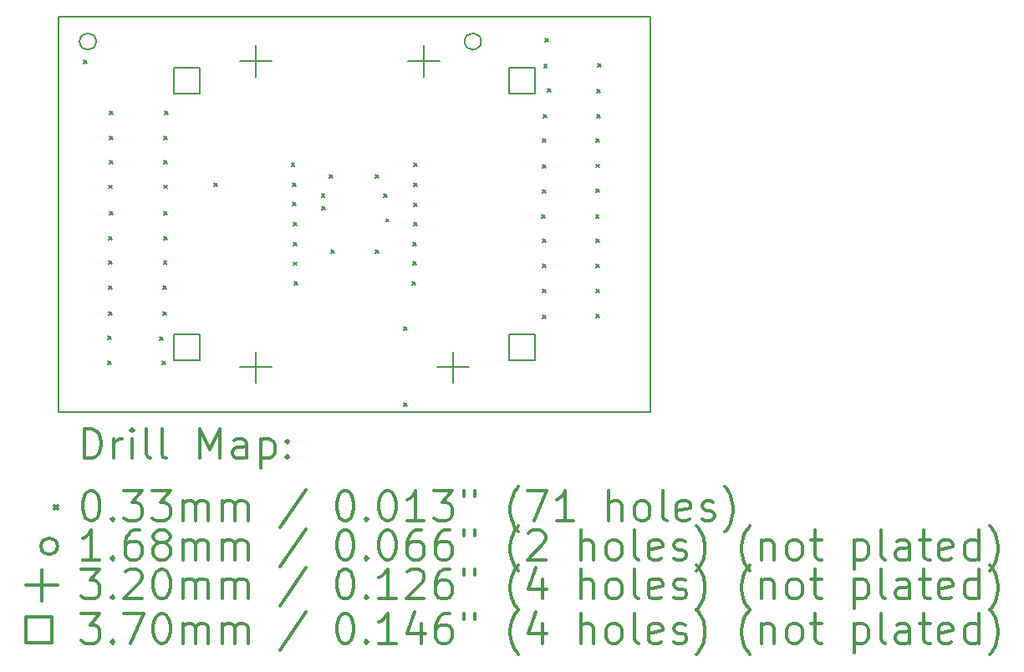
<source format=gbr>
%FSLAX45Y45*%
G04 Gerber Fmt 4.5, Leading zero omitted, Abs format (unit mm)*
G04 Created by KiCad (PCBNEW 4.0.1-stable) date 2/1/2017 11:44:05 PM*
%MOMM*%
G01*
G04 APERTURE LIST*
%ADD10C,0.127000*%
%ADD11C,0.150000*%
%ADD12C,0.200000*%
%ADD13C,0.300000*%
G04 APERTURE END LIST*
D10*
D11*
X-3000000Y2000000D02*
X-3000000Y-2000000D01*
X3000000Y2000000D02*
X-3000000Y2000000D01*
X3000000Y-2000000D02*
X3000000Y2000000D01*
X-3000000Y-2000000D02*
X3000000Y-2000000D01*
D12*
X-2741930Y1557274D02*
X-2708910Y1524254D01*
X-2708910Y1557274D02*
X-2741930Y1524254D01*
X-2496566Y-1485138D02*
X-2463546Y-1518158D01*
X-2463546Y-1485138D02*
X-2496566Y-1518158D01*
X-2494026Y-1233678D02*
X-2461006Y-1266698D01*
X-2461006Y-1233678D02*
X-2494026Y-1266698D01*
X-2491994Y-988314D02*
X-2458974Y-1021334D01*
X-2458974Y-988314D02*
X-2491994Y-1021334D01*
X-2490470Y-723138D02*
X-2457450Y-756158D01*
X-2457450Y-723138D02*
X-2490470Y-756158D01*
X-2487930Y-471678D02*
X-2454910Y-504698D01*
X-2454910Y-471678D02*
X-2487930Y-504698D01*
X-2485898Y-226314D02*
X-2452878Y-259334D01*
X-2452878Y-226314D02*
X-2485898Y-259334D01*
X-2484882Y294386D02*
X-2451862Y261366D01*
X-2451862Y294386D02*
X-2484882Y261366D01*
X-2483358Y25146D02*
X-2450338Y-7874D01*
X-2450338Y25146D02*
X-2483358Y-7874D01*
X-2482342Y545846D02*
X-2449322Y512826D01*
X-2449322Y545846D02*
X-2482342Y512826D01*
X-2480310Y791210D02*
X-2447290Y758190D01*
X-2447290Y791210D02*
X-2480310Y758190D01*
X-2477770Y1042670D02*
X-2444750Y1009650D01*
X-2444750Y1042670D02*
X-2477770Y1009650D01*
X-1975358Y-1241298D02*
X-1942338Y-1274318D01*
X-1942338Y-1241298D02*
X-1975358Y-1274318D01*
X-1942846Y-1485138D02*
X-1909826Y-1518158D01*
X-1909826Y-1485138D02*
X-1942846Y-1518158D01*
X-1938274Y-988314D02*
X-1905254Y-1021334D01*
X-1905254Y-988314D02*
X-1938274Y-1021334D01*
X-1936750Y-723138D02*
X-1903730Y-756158D01*
X-1903730Y-723138D02*
X-1936750Y-756158D01*
X-1934210Y-471678D02*
X-1901190Y-504698D01*
X-1901190Y-471678D02*
X-1934210Y-504698D01*
X-1932178Y-226314D02*
X-1899158Y-259334D01*
X-1899158Y-226314D02*
X-1932178Y-259334D01*
X-1931162Y294386D02*
X-1898142Y261366D01*
X-1898142Y294386D02*
X-1931162Y261366D01*
X-1929638Y25146D02*
X-1896618Y-7874D01*
X-1896618Y25146D02*
X-1929638Y-7874D01*
X-1928622Y545846D02*
X-1895602Y512826D01*
X-1895602Y545846D02*
X-1928622Y512826D01*
X-1926590Y791210D02*
X-1893570Y758190D01*
X-1893570Y791210D02*
X-1926590Y758190D01*
X-1924050Y1042670D02*
X-1891030Y1009650D01*
X-1891030Y1042670D02*
X-1924050Y1009650D01*
X-1422654Y316738D02*
X-1389634Y283718D01*
X-1389634Y316738D02*
X-1422654Y283718D01*
X-638810Y516890D02*
X-605790Y483870D01*
X-605790Y516890D02*
X-638810Y483870D01*
X-623570Y316230D02*
X-590550Y283210D01*
X-590550Y316230D02*
X-623570Y283210D01*
X-623570Y118110D02*
X-590550Y85090D01*
X-590550Y118110D02*
X-623570Y85090D01*
X-621030Y-283210D02*
X-588010Y-316230D01*
X-588010Y-283210D02*
X-621030Y-316230D01*
X-621030Y-483870D02*
X-588010Y-516890D01*
X-588010Y-483870D02*
X-621030Y-516890D01*
X-615950Y-85090D02*
X-582930Y-118110D01*
X-582930Y-85090D02*
X-615950Y-118110D01*
X-608330Y-684530D02*
X-575310Y-717550D01*
X-575310Y-684530D02*
X-608330Y-717550D01*
X-334010Y204470D02*
X-300990Y171450D01*
X-300990Y204470D02*
X-334010Y171450D01*
X-331470Y82550D02*
X-298450Y49530D01*
X-298450Y82550D02*
X-331470Y49530D01*
X-252730Y397510D02*
X-219710Y364490D01*
X-219710Y397510D02*
X-252730Y364490D01*
X-237490Y-364490D02*
X-204470Y-397510D01*
X-204470Y-364490D02*
X-237490Y-397510D01*
X212090Y397510D02*
X245110Y364490D01*
X245110Y397510D02*
X212090Y364490D01*
X215990Y-363490D02*
X249010Y-396510D01*
X249010Y-363490D02*
X215990Y-396510D01*
X298450Y207010D02*
X331470Y173990D01*
X331470Y207010D02*
X298450Y173990D01*
X318490Y-43490D02*
X351510Y-76510D01*
X351510Y-43490D02*
X318490Y-76510D01*
X501650Y-1139190D02*
X534670Y-1172210D01*
X534670Y-1139190D02*
X501650Y-1172210D01*
X501650Y-1908810D02*
X534670Y-1941830D01*
X534670Y-1908810D02*
X501650Y-1941830D01*
X588490Y-683490D02*
X621510Y-716510D01*
X621510Y-683490D02*
X588490Y-716510D01*
X595990Y-283490D02*
X629010Y-316510D01*
X629010Y-283490D02*
X595990Y-316510D01*
X595990Y-483490D02*
X629010Y-516510D01*
X629010Y-483490D02*
X595990Y-516510D01*
X598490Y316510D02*
X631510Y283490D01*
X631510Y316510D02*
X598490Y283490D01*
X598490Y116510D02*
X631510Y83490D01*
X631510Y116510D02*
X598490Y83490D01*
X598490Y-83490D02*
X631510Y-116510D01*
X631510Y-83490D02*
X598490Y-116510D01*
X603490Y516510D02*
X636510Y483490D01*
X636510Y516510D02*
X603490Y483490D01*
X1900990Y-5990D02*
X1934010Y-39010D01*
X1934010Y-5990D02*
X1900990Y-39010D01*
X1903490Y504010D02*
X1936510Y470990D01*
X1936510Y504010D02*
X1903490Y470990D01*
X1903490Y251510D02*
X1936510Y218490D01*
X1936510Y251510D02*
X1903490Y218490D01*
X1903490Y-1018490D02*
X1936510Y-1051510D01*
X1936510Y-1018490D02*
X1903490Y-1051510D01*
X1905990Y761510D02*
X1939010Y728490D01*
X1939010Y761510D02*
X1905990Y728490D01*
X1905990Y-508490D02*
X1939010Y-541510D01*
X1939010Y-508490D02*
X1905990Y-541510D01*
X1905990Y-760990D02*
X1939010Y-794010D01*
X1939010Y-760990D02*
X1905990Y-794010D01*
X1908490Y-250990D02*
X1941510Y-284010D01*
X1941510Y-250990D02*
X1908490Y-284010D01*
X1915990Y1011510D02*
X1949010Y978490D01*
X1949010Y1011510D02*
X1915990Y978490D01*
X1918490Y1521510D02*
X1951510Y1488490D01*
X1951510Y1521510D02*
X1918490Y1488490D01*
X1928490Y1779010D02*
X1961510Y1745990D01*
X1961510Y1779010D02*
X1928490Y1745990D01*
X1953490Y1274010D02*
X1986510Y1240990D01*
X1986510Y1274010D02*
X1953490Y1240990D01*
X2443490Y-3490D02*
X2476510Y-36510D01*
X2476510Y-3490D02*
X2443490Y-36510D01*
X2445990Y506510D02*
X2479010Y473490D01*
X2479010Y506510D02*
X2445990Y473490D01*
X2445990Y254010D02*
X2479010Y220990D01*
X2479010Y254010D02*
X2445990Y220990D01*
X2445990Y-1015990D02*
X2479010Y-1049010D01*
X2479010Y-1015990D02*
X2445990Y-1049010D01*
X2448490Y764010D02*
X2481510Y730990D01*
X2481510Y764010D02*
X2448490Y730990D01*
X2448490Y-505990D02*
X2481510Y-539010D01*
X2481510Y-505990D02*
X2448490Y-539010D01*
X2448490Y-758490D02*
X2481510Y-791510D01*
X2481510Y-758490D02*
X2448490Y-791510D01*
X2450990Y-248490D02*
X2484010Y-281510D01*
X2484010Y-248490D02*
X2450990Y-281510D01*
X2458490Y1266510D02*
X2491510Y1233490D01*
X2491510Y1266510D02*
X2458490Y1233490D01*
X2458490Y1014010D02*
X2491510Y980990D01*
X2491510Y1014010D02*
X2458490Y980990D01*
X2460990Y1524010D02*
X2494010Y1490990D01*
X2494010Y1524010D02*
X2460990Y1490990D01*
X-2616180Y1750000D02*
G75*
G03X-2616180Y1750000I-83820J0D01*
G01*
X1283820Y1750000D02*
G75*
G03X1283820Y1750000I-83820J0D01*
G01*
X-1000000Y1710000D02*
X-1000000Y1390000D01*
X-1160000Y1550000D02*
X-840000Y1550000D01*
X-1000000Y-1390000D02*
X-1000000Y-1710000D01*
X-1160000Y-1550000D02*
X-840000Y-1550000D01*
X700000Y1710000D02*
X700000Y1390000D01*
X540000Y1550000D02*
X860000Y1550000D01*
X1000000Y-1390000D02*
X1000000Y-1710000D01*
X840000Y-1550000D02*
X1160000Y-1550000D01*
X-1569184Y1219184D02*
X-1569184Y1480816D01*
X-1830816Y1480816D01*
X-1830816Y1219184D01*
X-1569184Y1219184D01*
X-1569184Y-1480816D02*
X-1569184Y-1219184D01*
X-1830816Y-1219184D01*
X-1830816Y-1480816D01*
X-1569184Y-1480816D01*
X1830816Y1219184D02*
X1830816Y1480816D01*
X1569184Y1480816D01*
X1569184Y1219184D01*
X1830816Y1219184D01*
X1830816Y-1480816D02*
X1830816Y-1219184D01*
X1569184Y-1219184D01*
X1569184Y-1480816D01*
X1830816Y-1480816D01*
D13*
X-2736072Y-2473214D02*
X-2736072Y-2173214D01*
X-2664643Y-2173214D01*
X-2621786Y-2187500D01*
X-2593214Y-2216072D01*
X-2578929Y-2244643D01*
X-2564643Y-2301786D01*
X-2564643Y-2344643D01*
X-2578929Y-2401786D01*
X-2593214Y-2430357D01*
X-2621786Y-2458929D01*
X-2664643Y-2473214D01*
X-2736072Y-2473214D01*
X-2436072Y-2473214D02*
X-2436072Y-2273214D01*
X-2436072Y-2330357D02*
X-2421786Y-2301786D01*
X-2407500Y-2287500D01*
X-2378929Y-2273214D01*
X-2350357Y-2273214D01*
X-2250357Y-2473214D02*
X-2250357Y-2273214D01*
X-2250357Y-2173214D02*
X-2264643Y-2187500D01*
X-2250357Y-2201786D01*
X-2236072Y-2187500D01*
X-2250357Y-2173214D01*
X-2250357Y-2201786D01*
X-2064643Y-2473214D02*
X-2093214Y-2458929D01*
X-2107500Y-2430357D01*
X-2107500Y-2173214D01*
X-1907500Y-2473214D02*
X-1936071Y-2458929D01*
X-1950357Y-2430357D01*
X-1950357Y-2173214D01*
X-1564643Y-2473214D02*
X-1564643Y-2173214D01*
X-1464643Y-2387500D01*
X-1364643Y-2173214D01*
X-1364643Y-2473214D01*
X-1093214Y-2473214D02*
X-1093214Y-2316072D01*
X-1107500Y-2287500D01*
X-1136072Y-2273214D01*
X-1193214Y-2273214D01*
X-1221786Y-2287500D01*
X-1093214Y-2458929D02*
X-1121786Y-2473214D01*
X-1193214Y-2473214D01*
X-1221786Y-2458929D01*
X-1236072Y-2430357D01*
X-1236072Y-2401786D01*
X-1221786Y-2373214D01*
X-1193214Y-2358929D01*
X-1121786Y-2358929D01*
X-1093214Y-2344643D01*
X-950357Y-2273214D02*
X-950357Y-2573214D01*
X-950357Y-2287500D02*
X-921786Y-2273214D01*
X-864643Y-2273214D01*
X-836071Y-2287500D01*
X-821786Y-2301786D01*
X-807500Y-2330357D01*
X-807500Y-2416072D01*
X-821786Y-2444643D01*
X-836071Y-2458929D01*
X-864643Y-2473214D01*
X-921786Y-2473214D01*
X-950357Y-2458929D01*
X-678929Y-2444643D02*
X-664643Y-2458929D01*
X-678929Y-2473214D01*
X-693214Y-2458929D01*
X-678929Y-2444643D01*
X-678929Y-2473214D01*
X-678929Y-2287500D02*
X-664643Y-2301786D01*
X-678929Y-2316072D01*
X-693214Y-2301786D01*
X-678929Y-2287500D01*
X-678929Y-2316072D01*
X-3040520Y-2950990D02*
X-3007500Y-2984010D01*
X-3007500Y-2950990D02*
X-3040520Y-2984010D01*
X-2678929Y-2803214D02*
X-2650357Y-2803214D01*
X-2621786Y-2817500D01*
X-2607500Y-2831786D01*
X-2593214Y-2860357D01*
X-2578929Y-2917500D01*
X-2578929Y-2988929D01*
X-2593214Y-3046071D01*
X-2607500Y-3074643D01*
X-2621786Y-3088929D01*
X-2650357Y-3103214D01*
X-2678929Y-3103214D01*
X-2707500Y-3088929D01*
X-2721786Y-3074643D01*
X-2736072Y-3046071D01*
X-2750357Y-2988929D01*
X-2750357Y-2917500D01*
X-2736072Y-2860357D01*
X-2721786Y-2831786D01*
X-2707500Y-2817500D01*
X-2678929Y-2803214D01*
X-2450357Y-3074643D02*
X-2436072Y-3088929D01*
X-2450357Y-3103214D01*
X-2464643Y-3088929D01*
X-2450357Y-3074643D01*
X-2450357Y-3103214D01*
X-2336072Y-2803214D02*
X-2150357Y-2803214D01*
X-2250357Y-2917500D01*
X-2207500Y-2917500D01*
X-2178929Y-2931786D01*
X-2164643Y-2946071D01*
X-2150357Y-2974643D01*
X-2150357Y-3046071D01*
X-2164643Y-3074643D01*
X-2178929Y-3088929D01*
X-2207500Y-3103214D01*
X-2293214Y-3103214D01*
X-2321786Y-3088929D01*
X-2336072Y-3074643D01*
X-2050357Y-2803214D02*
X-1864643Y-2803214D01*
X-1964643Y-2917500D01*
X-1921786Y-2917500D01*
X-1893214Y-2931786D01*
X-1878929Y-2946071D01*
X-1864643Y-2974643D01*
X-1864643Y-3046071D01*
X-1878929Y-3074643D01*
X-1893214Y-3088929D01*
X-1921786Y-3103214D01*
X-2007500Y-3103214D01*
X-2036071Y-3088929D01*
X-2050357Y-3074643D01*
X-1736071Y-3103214D02*
X-1736071Y-2903214D01*
X-1736071Y-2931786D02*
X-1721786Y-2917500D01*
X-1693214Y-2903214D01*
X-1650357Y-2903214D01*
X-1621786Y-2917500D01*
X-1607500Y-2946071D01*
X-1607500Y-3103214D01*
X-1607500Y-2946071D02*
X-1593214Y-2917500D01*
X-1564643Y-2903214D01*
X-1521786Y-2903214D01*
X-1493214Y-2917500D01*
X-1478929Y-2946071D01*
X-1478929Y-3103214D01*
X-1336072Y-3103214D02*
X-1336072Y-2903214D01*
X-1336072Y-2931786D02*
X-1321786Y-2917500D01*
X-1293214Y-2903214D01*
X-1250357Y-2903214D01*
X-1221786Y-2917500D01*
X-1207500Y-2946071D01*
X-1207500Y-3103214D01*
X-1207500Y-2946071D02*
X-1193214Y-2917500D01*
X-1164643Y-2903214D01*
X-1121786Y-2903214D01*
X-1093214Y-2917500D01*
X-1078929Y-2946071D01*
X-1078929Y-3103214D01*
X-493214Y-2788929D02*
X-750357Y-3174643D01*
X-107500Y-2803214D02*
X-78929Y-2803214D01*
X-50357Y-2817500D01*
X-36072Y-2831786D01*
X-21786Y-2860357D01*
X-7500Y-2917500D01*
X-7500Y-2988929D01*
X-21786Y-3046071D01*
X-36072Y-3074643D01*
X-50357Y-3088929D01*
X-78929Y-3103214D01*
X-107500Y-3103214D01*
X-136072Y-3088929D01*
X-150357Y-3074643D01*
X-164643Y-3046071D01*
X-178929Y-2988929D01*
X-178929Y-2917500D01*
X-164643Y-2860357D01*
X-150357Y-2831786D01*
X-136072Y-2817500D01*
X-107500Y-2803214D01*
X121071Y-3074643D02*
X135357Y-3088929D01*
X121071Y-3103214D01*
X106786Y-3088929D01*
X121071Y-3074643D01*
X121071Y-3103214D01*
X321071Y-2803214D02*
X349643Y-2803214D01*
X378214Y-2817500D01*
X392500Y-2831786D01*
X406785Y-2860357D01*
X421071Y-2917500D01*
X421071Y-2988929D01*
X406785Y-3046071D01*
X392500Y-3074643D01*
X378214Y-3088929D01*
X349643Y-3103214D01*
X321071Y-3103214D01*
X292500Y-3088929D01*
X278214Y-3074643D01*
X263928Y-3046071D01*
X249643Y-2988929D01*
X249643Y-2917500D01*
X263928Y-2860357D01*
X278214Y-2831786D01*
X292500Y-2817500D01*
X321071Y-2803214D01*
X706785Y-3103214D02*
X535357Y-3103214D01*
X621071Y-3103214D02*
X621071Y-2803214D01*
X592500Y-2846071D01*
X563928Y-2874643D01*
X535357Y-2888929D01*
X806785Y-2803214D02*
X992500Y-2803214D01*
X892500Y-2917500D01*
X935357Y-2917500D01*
X963928Y-2931786D01*
X978214Y-2946071D01*
X992500Y-2974643D01*
X992500Y-3046071D01*
X978214Y-3074643D01*
X963928Y-3088929D01*
X935357Y-3103214D01*
X849643Y-3103214D01*
X821071Y-3088929D01*
X806785Y-3074643D01*
X1106786Y-2803214D02*
X1106786Y-2860357D01*
X1221071Y-2803214D02*
X1221071Y-2860357D01*
X1663928Y-3217500D02*
X1649643Y-3203214D01*
X1621071Y-3160357D01*
X1606785Y-3131786D01*
X1592500Y-3088929D01*
X1578214Y-3017500D01*
X1578214Y-2960357D01*
X1592500Y-2888929D01*
X1606785Y-2846071D01*
X1621071Y-2817500D01*
X1649643Y-2774643D01*
X1663928Y-2760357D01*
X1749643Y-2803214D02*
X1949643Y-2803214D01*
X1821071Y-3103214D01*
X2221071Y-3103214D02*
X2049643Y-3103214D01*
X2135357Y-3103214D02*
X2135357Y-2803214D01*
X2106786Y-2846071D01*
X2078214Y-2874643D01*
X2049643Y-2888929D01*
X2578214Y-3103214D02*
X2578214Y-2803214D01*
X2706786Y-3103214D02*
X2706786Y-2946071D01*
X2692500Y-2917500D01*
X2663928Y-2903214D01*
X2621071Y-2903214D01*
X2592500Y-2917500D01*
X2578214Y-2931786D01*
X2892500Y-3103214D02*
X2863928Y-3088929D01*
X2849643Y-3074643D01*
X2835357Y-3046071D01*
X2835357Y-2960357D01*
X2849643Y-2931786D01*
X2863928Y-2917500D01*
X2892500Y-2903214D01*
X2935357Y-2903214D01*
X2963928Y-2917500D01*
X2978214Y-2931786D01*
X2992500Y-2960357D01*
X2992500Y-3046071D01*
X2978214Y-3074643D01*
X2963928Y-3088929D01*
X2935357Y-3103214D01*
X2892500Y-3103214D01*
X3163928Y-3103214D02*
X3135357Y-3088929D01*
X3121071Y-3060357D01*
X3121071Y-2803214D01*
X3392500Y-3088929D02*
X3363928Y-3103214D01*
X3306786Y-3103214D01*
X3278214Y-3088929D01*
X3263928Y-3060357D01*
X3263928Y-2946071D01*
X3278214Y-2917500D01*
X3306786Y-2903214D01*
X3363928Y-2903214D01*
X3392500Y-2917500D01*
X3406786Y-2946071D01*
X3406786Y-2974643D01*
X3263928Y-3003214D01*
X3521071Y-3088929D02*
X3549643Y-3103214D01*
X3606786Y-3103214D01*
X3635357Y-3088929D01*
X3649643Y-3060357D01*
X3649643Y-3046071D01*
X3635357Y-3017500D01*
X3606786Y-3003214D01*
X3563928Y-3003214D01*
X3535357Y-2988929D01*
X3521071Y-2960357D01*
X3521071Y-2946071D01*
X3535357Y-2917500D01*
X3563928Y-2903214D01*
X3606786Y-2903214D01*
X3635357Y-2917500D01*
X3749643Y-3217500D02*
X3763928Y-3203214D01*
X3792500Y-3160357D01*
X3806786Y-3131786D01*
X3821071Y-3088929D01*
X3835357Y-3017500D01*
X3835357Y-2960357D01*
X3821071Y-2888929D01*
X3806786Y-2846071D01*
X3792500Y-2817500D01*
X3763928Y-2774643D01*
X3749643Y-2760357D01*
X-3007500Y-3363500D02*
G75*
G03X-3007500Y-3363500I-83820J0D01*
G01*
X-2578929Y-3499214D02*
X-2750357Y-3499214D01*
X-2664643Y-3499214D02*
X-2664643Y-3199214D01*
X-2693214Y-3242071D01*
X-2721786Y-3270643D01*
X-2750357Y-3284929D01*
X-2450357Y-3470643D02*
X-2436072Y-3484929D01*
X-2450357Y-3499214D01*
X-2464643Y-3484929D01*
X-2450357Y-3470643D01*
X-2450357Y-3499214D01*
X-2178929Y-3199214D02*
X-2236072Y-3199214D01*
X-2264643Y-3213500D01*
X-2278929Y-3227786D01*
X-2307500Y-3270643D01*
X-2321786Y-3327786D01*
X-2321786Y-3442071D01*
X-2307500Y-3470643D01*
X-2293214Y-3484929D01*
X-2264643Y-3499214D01*
X-2207500Y-3499214D01*
X-2178929Y-3484929D01*
X-2164643Y-3470643D01*
X-2150357Y-3442071D01*
X-2150357Y-3370643D01*
X-2164643Y-3342071D01*
X-2178929Y-3327786D01*
X-2207500Y-3313500D01*
X-2264643Y-3313500D01*
X-2293214Y-3327786D01*
X-2307500Y-3342071D01*
X-2321786Y-3370643D01*
X-1978929Y-3327786D02*
X-2007500Y-3313500D01*
X-2021786Y-3299214D01*
X-2036071Y-3270643D01*
X-2036071Y-3256357D01*
X-2021786Y-3227786D01*
X-2007500Y-3213500D01*
X-1978929Y-3199214D01*
X-1921786Y-3199214D01*
X-1893214Y-3213500D01*
X-1878929Y-3227786D01*
X-1864643Y-3256357D01*
X-1864643Y-3270643D01*
X-1878929Y-3299214D01*
X-1893214Y-3313500D01*
X-1921786Y-3327786D01*
X-1978929Y-3327786D01*
X-2007500Y-3342071D01*
X-2021786Y-3356357D01*
X-2036071Y-3384929D01*
X-2036071Y-3442071D01*
X-2021786Y-3470643D01*
X-2007500Y-3484929D01*
X-1978929Y-3499214D01*
X-1921786Y-3499214D01*
X-1893214Y-3484929D01*
X-1878929Y-3470643D01*
X-1864643Y-3442071D01*
X-1864643Y-3384929D01*
X-1878929Y-3356357D01*
X-1893214Y-3342071D01*
X-1921786Y-3327786D01*
X-1736071Y-3499214D02*
X-1736071Y-3299214D01*
X-1736071Y-3327786D02*
X-1721786Y-3313500D01*
X-1693214Y-3299214D01*
X-1650357Y-3299214D01*
X-1621786Y-3313500D01*
X-1607500Y-3342071D01*
X-1607500Y-3499214D01*
X-1607500Y-3342071D02*
X-1593214Y-3313500D01*
X-1564643Y-3299214D01*
X-1521786Y-3299214D01*
X-1493214Y-3313500D01*
X-1478929Y-3342071D01*
X-1478929Y-3499214D01*
X-1336072Y-3499214D02*
X-1336072Y-3299214D01*
X-1336072Y-3327786D02*
X-1321786Y-3313500D01*
X-1293214Y-3299214D01*
X-1250357Y-3299214D01*
X-1221786Y-3313500D01*
X-1207500Y-3342071D01*
X-1207500Y-3499214D01*
X-1207500Y-3342071D02*
X-1193214Y-3313500D01*
X-1164643Y-3299214D01*
X-1121786Y-3299214D01*
X-1093214Y-3313500D01*
X-1078929Y-3342071D01*
X-1078929Y-3499214D01*
X-493214Y-3184929D02*
X-750357Y-3570643D01*
X-107500Y-3199214D02*
X-78929Y-3199214D01*
X-50357Y-3213500D01*
X-36072Y-3227786D01*
X-21786Y-3256357D01*
X-7500Y-3313500D01*
X-7500Y-3384929D01*
X-21786Y-3442071D01*
X-36072Y-3470643D01*
X-50357Y-3484929D01*
X-78929Y-3499214D01*
X-107500Y-3499214D01*
X-136072Y-3484929D01*
X-150357Y-3470643D01*
X-164643Y-3442071D01*
X-178929Y-3384929D01*
X-178929Y-3313500D01*
X-164643Y-3256357D01*
X-150357Y-3227786D01*
X-136072Y-3213500D01*
X-107500Y-3199214D01*
X121071Y-3470643D02*
X135357Y-3484929D01*
X121071Y-3499214D01*
X106786Y-3484929D01*
X121071Y-3470643D01*
X121071Y-3499214D01*
X321071Y-3199214D02*
X349643Y-3199214D01*
X378214Y-3213500D01*
X392500Y-3227786D01*
X406785Y-3256357D01*
X421071Y-3313500D01*
X421071Y-3384929D01*
X406785Y-3442071D01*
X392500Y-3470643D01*
X378214Y-3484929D01*
X349643Y-3499214D01*
X321071Y-3499214D01*
X292500Y-3484929D01*
X278214Y-3470643D01*
X263928Y-3442071D01*
X249643Y-3384929D01*
X249643Y-3313500D01*
X263928Y-3256357D01*
X278214Y-3227786D01*
X292500Y-3213500D01*
X321071Y-3199214D01*
X678214Y-3199214D02*
X621071Y-3199214D01*
X592500Y-3213500D01*
X578214Y-3227786D01*
X549643Y-3270643D01*
X535357Y-3327786D01*
X535357Y-3442071D01*
X549643Y-3470643D01*
X563928Y-3484929D01*
X592500Y-3499214D01*
X649643Y-3499214D01*
X678214Y-3484929D01*
X692500Y-3470643D01*
X706785Y-3442071D01*
X706785Y-3370643D01*
X692500Y-3342071D01*
X678214Y-3327786D01*
X649643Y-3313500D01*
X592500Y-3313500D01*
X563928Y-3327786D01*
X549643Y-3342071D01*
X535357Y-3370643D01*
X963928Y-3199214D02*
X906785Y-3199214D01*
X878214Y-3213500D01*
X863928Y-3227786D01*
X835357Y-3270643D01*
X821071Y-3327786D01*
X821071Y-3442071D01*
X835357Y-3470643D01*
X849643Y-3484929D01*
X878214Y-3499214D01*
X935357Y-3499214D01*
X963928Y-3484929D01*
X978214Y-3470643D01*
X992500Y-3442071D01*
X992500Y-3370643D01*
X978214Y-3342071D01*
X963928Y-3327786D01*
X935357Y-3313500D01*
X878214Y-3313500D01*
X849643Y-3327786D01*
X835357Y-3342071D01*
X821071Y-3370643D01*
X1106786Y-3199214D02*
X1106786Y-3256357D01*
X1221071Y-3199214D02*
X1221071Y-3256357D01*
X1663928Y-3613500D02*
X1649643Y-3599214D01*
X1621071Y-3556357D01*
X1606785Y-3527786D01*
X1592500Y-3484929D01*
X1578214Y-3413500D01*
X1578214Y-3356357D01*
X1592500Y-3284929D01*
X1606785Y-3242071D01*
X1621071Y-3213500D01*
X1649643Y-3170643D01*
X1663928Y-3156357D01*
X1763928Y-3227786D02*
X1778214Y-3213500D01*
X1806785Y-3199214D01*
X1878214Y-3199214D01*
X1906785Y-3213500D01*
X1921071Y-3227786D01*
X1935357Y-3256357D01*
X1935357Y-3284929D01*
X1921071Y-3327786D01*
X1749643Y-3499214D01*
X1935357Y-3499214D01*
X2292500Y-3499214D02*
X2292500Y-3199214D01*
X2421071Y-3499214D02*
X2421071Y-3342071D01*
X2406786Y-3313500D01*
X2378214Y-3299214D01*
X2335357Y-3299214D01*
X2306786Y-3313500D01*
X2292500Y-3327786D01*
X2606786Y-3499214D02*
X2578214Y-3484929D01*
X2563928Y-3470643D01*
X2549643Y-3442071D01*
X2549643Y-3356357D01*
X2563928Y-3327786D01*
X2578214Y-3313500D01*
X2606786Y-3299214D01*
X2649643Y-3299214D01*
X2678214Y-3313500D01*
X2692500Y-3327786D01*
X2706786Y-3356357D01*
X2706786Y-3442071D01*
X2692500Y-3470643D01*
X2678214Y-3484929D01*
X2649643Y-3499214D01*
X2606786Y-3499214D01*
X2878214Y-3499214D02*
X2849643Y-3484929D01*
X2835357Y-3456357D01*
X2835357Y-3199214D01*
X3106786Y-3484929D02*
X3078214Y-3499214D01*
X3021071Y-3499214D01*
X2992500Y-3484929D01*
X2978214Y-3456357D01*
X2978214Y-3342071D01*
X2992500Y-3313500D01*
X3021071Y-3299214D01*
X3078214Y-3299214D01*
X3106786Y-3313500D01*
X3121071Y-3342071D01*
X3121071Y-3370643D01*
X2978214Y-3399214D01*
X3235357Y-3484929D02*
X3263928Y-3499214D01*
X3321071Y-3499214D01*
X3349643Y-3484929D01*
X3363928Y-3456357D01*
X3363928Y-3442071D01*
X3349643Y-3413500D01*
X3321071Y-3399214D01*
X3278214Y-3399214D01*
X3249643Y-3384929D01*
X3235357Y-3356357D01*
X3235357Y-3342071D01*
X3249643Y-3313500D01*
X3278214Y-3299214D01*
X3321071Y-3299214D01*
X3349643Y-3313500D01*
X3463928Y-3613500D02*
X3478214Y-3599214D01*
X3506786Y-3556357D01*
X3521071Y-3527786D01*
X3535357Y-3484929D01*
X3549643Y-3413500D01*
X3549643Y-3356357D01*
X3535357Y-3284929D01*
X3521071Y-3242071D01*
X3506786Y-3213500D01*
X3478214Y-3170643D01*
X3463928Y-3156357D01*
X4006786Y-3613500D02*
X3992500Y-3599214D01*
X3963928Y-3556357D01*
X3949643Y-3527786D01*
X3935357Y-3484929D01*
X3921071Y-3413500D01*
X3921071Y-3356357D01*
X3935357Y-3284929D01*
X3949643Y-3242071D01*
X3963928Y-3213500D01*
X3992500Y-3170643D01*
X4006786Y-3156357D01*
X4121071Y-3299214D02*
X4121071Y-3499214D01*
X4121071Y-3327786D02*
X4135357Y-3313500D01*
X4163928Y-3299214D01*
X4206786Y-3299214D01*
X4235357Y-3313500D01*
X4249643Y-3342071D01*
X4249643Y-3499214D01*
X4435357Y-3499214D02*
X4406786Y-3484929D01*
X4392500Y-3470643D01*
X4378214Y-3442071D01*
X4378214Y-3356357D01*
X4392500Y-3327786D01*
X4406786Y-3313500D01*
X4435357Y-3299214D01*
X4478214Y-3299214D01*
X4506786Y-3313500D01*
X4521071Y-3327786D01*
X4535357Y-3356357D01*
X4535357Y-3442071D01*
X4521071Y-3470643D01*
X4506786Y-3484929D01*
X4478214Y-3499214D01*
X4435357Y-3499214D01*
X4621071Y-3299214D02*
X4735357Y-3299214D01*
X4663929Y-3199214D02*
X4663929Y-3456357D01*
X4678214Y-3484929D01*
X4706786Y-3499214D01*
X4735357Y-3499214D01*
X5063929Y-3299214D02*
X5063929Y-3599214D01*
X5063929Y-3313500D02*
X5092500Y-3299214D01*
X5149643Y-3299214D01*
X5178214Y-3313500D01*
X5192500Y-3327786D01*
X5206786Y-3356357D01*
X5206786Y-3442071D01*
X5192500Y-3470643D01*
X5178214Y-3484929D01*
X5149643Y-3499214D01*
X5092500Y-3499214D01*
X5063929Y-3484929D01*
X5378214Y-3499214D02*
X5349643Y-3484929D01*
X5335357Y-3456357D01*
X5335357Y-3199214D01*
X5621071Y-3499214D02*
X5621071Y-3342071D01*
X5606786Y-3313500D01*
X5578214Y-3299214D01*
X5521071Y-3299214D01*
X5492500Y-3313500D01*
X5621071Y-3484929D02*
X5592500Y-3499214D01*
X5521071Y-3499214D01*
X5492500Y-3484929D01*
X5478214Y-3456357D01*
X5478214Y-3427786D01*
X5492500Y-3399214D01*
X5521071Y-3384929D01*
X5592500Y-3384929D01*
X5621071Y-3370643D01*
X5721071Y-3299214D02*
X5835357Y-3299214D01*
X5763929Y-3199214D02*
X5763929Y-3456357D01*
X5778214Y-3484929D01*
X5806786Y-3499214D01*
X5835357Y-3499214D01*
X6049643Y-3484929D02*
X6021071Y-3499214D01*
X5963929Y-3499214D01*
X5935357Y-3484929D01*
X5921071Y-3456357D01*
X5921071Y-3342071D01*
X5935357Y-3313500D01*
X5963929Y-3299214D01*
X6021071Y-3299214D01*
X6049643Y-3313500D01*
X6063929Y-3342071D01*
X6063929Y-3370643D01*
X5921071Y-3399214D01*
X6321071Y-3499214D02*
X6321071Y-3199214D01*
X6321071Y-3484929D02*
X6292500Y-3499214D01*
X6235357Y-3499214D01*
X6206786Y-3484929D01*
X6192500Y-3470643D01*
X6178214Y-3442071D01*
X6178214Y-3356357D01*
X6192500Y-3327786D01*
X6206786Y-3313500D01*
X6235357Y-3299214D01*
X6292500Y-3299214D01*
X6321071Y-3313500D01*
X6435357Y-3613500D02*
X6449643Y-3599214D01*
X6478214Y-3556357D01*
X6492500Y-3527786D01*
X6506786Y-3484929D01*
X6521071Y-3413500D01*
X6521071Y-3356357D01*
X6506786Y-3284929D01*
X6492500Y-3242071D01*
X6478214Y-3213500D01*
X6449643Y-3170643D01*
X6435357Y-3156357D01*
X-3167500Y-3599500D02*
X-3167500Y-3919500D01*
X-3327500Y-3759500D02*
X-3007500Y-3759500D01*
X-2764643Y-3595214D02*
X-2578929Y-3595214D01*
X-2678929Y-3709500D01*
X-2636072Y-3709500D01*
X-2607500Y-3723786D01*
X-2593214Y-3738071D01*
X-2578929Y-3766643D01*
X-2578929Y-3838071D01*
X-2593214Y-3866643D01*
X-2607500Y-3880929D01*
X-2636072Y-3895214D01*
X-2721786Y-3895214D01*
X-2750357Y-3880929D01*
X-2764643Y-3866643D01*
X-2450357Y-3866643D02*
X-2436072Y-3880929D01*
X-2450357Y-3895214D01*
X-2464643Y-3880929D01*
X-2450357Y-3866643D01*
X-2450357Y-3895214D01*
X-2321786Y-3623786D02*
X-2307500Y-3609500D01*
X-2278929Y-3595214D01*
X-2207500Y-3595214D01*
X-2178929Y-3609500D01*
X-2164643Y-3623786D01*
X-2150357Y-3652357D01*
X-2150357Y-3680929D01*
X-2164643Y-3723786D01*
X-2336072Y-3895214D01*
X-2150357Y-3895214D01*
X-1964643Y-3595214D02*
X-1936071Y-3595214D01*
X-1907500Y-3609500D01*
X-1893214Y-3623786D01*
X-1878929Y-3652357D01*
X-1864643Y-3709500D01*
X-1864643Y-3780929D01*
X-1878929Y-3838071D01*
X-1893214Y-3866643D01*
X-1907500Y-3880929D01*
X-1936071Y-3895214D01*
X-1964643Y-3895214D01*
X-1993214Y-3880929D01*
X-2007500Y-3866643D01*
X-2021786Y-3838071D01*
X-2036071Y-3780929D01*
X-2036071Y-3709500D01*
X-2021786Y-3652357D01*
X-2007500Y-3623786D01*
X-1993214Y-3609500D01*
X-1964643Y-3595214D01*
X-1736071Y-3895214D02*
X-1736071Y-3695214D01*
X-1736071Y-3723786D02*
X-1721786Y-3709500D01*
X-1693214Y-3695214D01*
X-1650357Y-3695214D01*
X-1621786Y-3709500D01*
X-1607500Y-3738071D01*
X-1607500Y-3895214D01*
X-1607500Y-3738071D02*
X-1593214Y-3709500D01*
X-1564643Y-3695214D01*
X-1521786Y-3695214D01*
X-1493214Y-3709500D01*
X-1478929Y-3738071D01*
X-1478929Y-3895214D01*
X-1336072Y-3895214D02*
X-1336072Y-3695214D01*
X-1336072Y-3723786D02*
X-1321786Y-3709500D01*
X-1293214Y-3695214D01*
X-1250357Y-3695214D01*
X-1221786Y-3709500D01*
X-1207500Y-3738071D01*
X-1207500Y-3895214D01*
X-1207500Y-3738071D02*
X-1193214Y-3709500D01*
X-1164643Y-3695214D01*
X-1121786Y-3695214D01*
X-1093214Y-3709500D01*
X-1078929Y-3738071D01*
X-1078929Y-3895214D01*
X-493214Y-3580929D02*
X-750357Y-3966643D01*
X-107500Y-3595214D02*
X-78929Y-3595214D01*
X-50357Y-3609500D01*
X-36072Y-3623786D01*
X-21786Y-3652357D01*
X-7500Y-3709500D01*
X-7500Y-3780929D01*
X-21786Y-3838071D01*
X-36072Y-3866643D01*
X-50357Y-3880929D01*
X-78929Y-3895214D01*
X-107500Y-3895214D01*
X-136072Y-3880929D01*
X-150357Y-3866643D01*
X-164643Y-3838071D01*
X-178929Y-3780929D01*
X-178929Y-3709500D01*
X-164643Y-3652357D01*
X-150357Y-3623786D01*
X-136072Y-3609500D01*
X-107500Y-3595214D01*
X121071Y-3866643D02*
X135357Y-3880929D01*
X121071Y-3895214D01*
X106786Y-3880929D01*
X121071Y-3866643D01*
X121071Y-3895214D01*
X421071Y-3895214D02*
X249643Y-3895214D01*
X335357Y-3895214D02*
X335357Y-3595214D01*
X306786Y-3638071D01*
X278214Y-3666643D01*
X249643Y-3680929D01*
X535357Y-3623786D02*
X549643Y-3609500D01*
X578214Y-3595214D01*
X649643Y-3595214D01*
X678214Y-3609500D01*
X692500Y-3623786D01*
X706785Y-3652357D01*
X706785Y-3680929D01*
X692500Y-3723786D01*
X521071Y-3895214D01*
X706785Y-3895214D01*
X963928Y-3595214D02*
X906785Y-3595214D01*
X878214Y-3609500D01*
X863928Y-3623786D01*
X835357Y-3666643D01*
X821071Y-3723786D01*
X821071Y-3838071D01*
X835357Y-3866643D01*
X849643Y-3880929D01*
X878214Y-3895214D01*
X935357Y-3895214D01*
X963928Y-3880929D01*
X978214Y-3866643D01*
X992500Y-3838071D01*
X992500Y-3766643D01*
X978214Y-3738071D01*
X963928Y-3723786D01*
X935357Y-3709500D01*
X878214Y-3709500D01*
X849643Y-3723786D01*
X835357Y-3738071D01*
X821071Y-3766643D01*
X1106786Y-3595214D02*
X1106786Y-3652357D01*
X1221071Y-3595214D02*
X1221071Y-3652357D01*
X1663928Y-4009500D02*
X1649643Y-3995214D01*
X1621071Y-3952357D01*
X1606785Y-3923786D01*
X1592500Y-3880929D01*
X1578214Y-3809500D01*
X1578214Y-3752357D01*
X1592500Y-3680929D01*
X1606785Y-3638071D01*
X1621071Y-3609500D01*
X1649643Y-3566643D01*
X1663928Y-3552357D01*
X1906785Y-3695214D02*
X1906785Y-3895214D01*
X1835357Y-3580929D02*
X1763928Y-3795214D01*
X1949643Y-3795214D01*
X2292500Y-3895214D02*
X2292500Y-3595214D01*
X2421071Y-3895214D02*
X2421071Y-3738071D01*
X2406786Y-3709500D01*
X2378214Y-3695214D01*
X2335357Y-3695214D01*
X2306786Y-3709500D01*
X2292500Y-3723786D01*
X2606786Y-3895214D02*
X2578214Y-3880929D01*
X2563928Y-3866643D01*
X2549643Y-3838071D01*
X2549643Y-3752357D01*
X2563928Y-3723786D01*
X2578214Y-3709500D01*
X2606786Y-3695214D01*
X2649643Y-3695214D01*
X2678214Y-3709500D01*
X2692500Y-3723786D01*
X2706786Y-3752357D01*
X2706786Y-3838071D01*
X2692500Y-3866643D01*
X2678214Y-3880929D01*
X2649643Y-3895214D01*
X2606786Y-3895214D01*
X2878214Y-3895214D02*
X2849643Y-3880929D01*
X2835357Y-3852357D01*
X2835357Y-3595214D01*
X3106786Y-3880929D02*
X3078214Y-3895214D01*
X3021071Y-3895214D01*
X2992500Y-3880929D01*
X2978214Y-3852357D01*
X2978214Y-3738071D01*
X2992500Y-3709500D01*
X3021071Y-3695214D01*
X3078214Y-3695214D01*
X3106786Y-3709500D01*
X3121071Y-3738071D01*
X3121071Y-3766643D01*
X2978214Y-3795214D01*
X3235357Y-3880929D02*
X3263928Y-3895214D01*
X3321071Y-3895214D01*
X3349643Y-3880929D01*
X3363928Y-3852357D01*
X3363928Y-3838071D01*
X3349643Y-3809500D01*
X3321071Y-3795214D01*
X3278214Y-3795214D01*
X3249643Y-3780929D01*
X3235357Y-3752357D01*
X3235357Y-3738071D01*
X3249643Y-3709500D01*
X3278214Y-3695214D01*
X3321071Y-3695214D01*
X3349643Y-3709500D01*
X3463928Y-4009500D02*
X3478214Y-3995214D01*
X3506786Y-3952357D01*
X3521071Y-3923786D01*
X3535357Y-3880929D01*
X3549643Y-3809500D01*
X3549643Y-3752357D01*
X3535357Y-3680929D01*
X3521071Y-3638071D01*
X3506786Y-3609500D01*
X3478214Y-3566643D01*
X3463928Y-3552357D01*
X4006786Y-4009500D02*
X3992500Y-3995214D01*
X3963928Y-3952357D01*
X3949643Y-3923786D01*
X3935357Y-3880929D01*
X3921071Y-3809500D01*
X3921071Y-3752357D01*
X3935357Y-3680929D01*
X3949643Y-3638071D01*
X3963928Y-3609500D01*
X3992500Y-3566643D01*
X4006786Y-3552357D01*
X4121071Y-3695214D02*
X4121071Y-3895214D01*
X4121071Y-3723786D02*
X4135357Y-3709500D01*
X4163928Y-3695214D01*
X4206786Y-3695214D01*
X4235357Y-3709500D01*
X4249643Y-3738071D01*
X4249643Y-3895214D01*
X4435357Y-3895214D02*
X4406786Y-3880929D01*
X4392500Y-3866643D01*
X4378214Y-3838071D01*
X4378214Y-3752357D01*
X4392500Y-3723786D01*
X4406786Y-3709500D01*
X4435357Y-3695214D01*
X4478214Y-3695214D01*
X4506786Y-3709500D01*
X4521071Y-3723786D01*
X4535357Y-3752357D01*
X4535357Y-3838071D01*
X4521071Y-3866643D01*
X4506786Y-3880929D01*
X4478214Y-3895214D01*
X4435357Y-3895214D01*
X4621071Y-3695214D02*
X4735357Y-3695214D01*
X4663929Y-3595214D02*
X4663929Y-3852357D01*
X4678214Y-3880929D01*
X4706786Y-3895214D01*
X4735357Y-3895214D01*
X5063929Y-3695214D02*
X5063929Y-3995214D01*
X5063929Y-3709500D02*
X5092500Y-3695214D01*
X5149643Y-3695214D01*
X5178214Y-3709500D01*
X5192500Y-3723786D01*
X5206786Y-3752357D01*
X5206786Y-3838071D01*
X5192500Y-3866643D01*
X5178214Y-3880929D01*
X5149643Y-3895214D01*
X5092500Y-3895214D01*
X5063929Y-3880929D01*
X5378214Y-3895214D02*
X5349643Y-3880929D01*
X5335357Y-3852357D01*
X5335357Y-3595214D01*
X5621071Y-3895214D02*
X5621071Y-3738071D01*
X5606786Y-3709500D01*
X5578214Y-3695214D01*
X5521071Y-3695214D01*
X5492500Y-3709500D01*
X5621071Y-3880929D02*
X5592500Y-3895214D01*
X5521071Y-3895214D01*
X5492500Y-3880929D01*
X5478214Y-3852357D01*
X5478214Y-3823786D01*
X5492500Y-3795214D01*
X5521071Y-3780929D01*
X5592500Y-3780929D01*
X5621071Y-3766643D01*
X5721071Y-3695214D02*
X5835357Y-3695214D01*
X5763929Y-3595214D02*
X5763929Y-3852357D01*
X5778214Y-3880929D01*
X5806786Y-3895214D01*
X5835357Y-3895214D01*
X6049643Y-3880929D02*
X6021071Y-3895214D01*
X5963929Y-3895214D01*
X5935357Y-3880929D01*
X5921071Y-3852357D01*
X5921071Y-3738071D01*
X5935357Y-3709500D01*
X5963929Y-3695214D01*
X6021071Y-3695214D01*
X6049643Y-3709500D01*
X6063929Y-3738071D01*
X6063929Y-3766643D01*
X5921071Y-3795214D01*
X6321071Y-3895214D02*
X6321071Y-3595214D01*
X6321071Y-3880929D02*
X6292500Y-3895214D01*
X6235357Y-3895214D01*
X6206786Y-3880929D01*
X6192500Y-3866643D01*
X6178214Y-3838071D01*
X6178214Y-3752357D01*
X6192500Y-3723786D01*
X6206786Y-3709500D01*
X6235357Y-3695214D01*
X6292500Y-3695214D01*
X6321071Y-3709500D01*
X6435357Y-4009500D02*
X6449643Y-3995214D01*
X6478214Y-3952357D01*
X6492500Y-3923786D01*
X6506786Y-3880929D01*
X6521071Y-3809500D01*
X6521071Y-3752357D01*
X6506786Y-3680929D01*
X6492500Y-3638071D01*
X6478214Y-3609500D01*
X6449643Y-3566643D01*
X6435357Y-3552357D01*
X-3061684Y-4340316D02*
X-3061684Y-4078684D01*
X-3323316Y-4078684D01*
X-3323316Y-4340316D01*
X-3061684Y-4340316D01*
X-2764643Y-4045214D02*
X-2578929Y-4045214D01*
X-2678929Y-4159500D01*
X-2636072Y-4159500D01*
X-2607500Y-4173786D01*
X-2593214Y-4188071D01*
X-2578929Y-4216643D01*
X-2578929Y-4288072D01*
X-2593214Y-4316643D01*
X-2607500Y-4330929D01*
X-2636072Y-4345214D01*
X-2721786Y-4345214D01*
X-2750357Y-4330929D01*
X-2764643Y-4316643D01*
X-2450357Y-4316643D02*
X-2436072Y-4330929D01*
X-2450357Y-4345214D01*
X-2464643Y-4330929D01*
X-2450357Y-4316643D01*
X-2450357Y-4345214D01*
X-2336072Y-4045214D02*
X-2136072Y-4045214D01*
X-2264643Y-4345214D01*
X-1964643Y-4045214D02*
X-1936071Y-4045214D01*
X-1907500Y-4059500D01*
X-1893214Y-4073786D01*
X-1878929Y-4102357D01*
X-1864643Y-4159500D01*
X-1864643Y-4230929D01*
X-1878929Y-4288072D01*
X-1893214Y-4316643D01*
X-1907500Y-4330929D01*
X-1936071Y-4345214D01*
X-1964643Y-4345214D01*
X-1993214Y-4330929D01*
X-2007500Y-4316643D01*
X-2021786Y-4288072D01*
X-2036071Y-4230929D01*
X-2036071Y-4159500D01*
X-2021786Y-4102357D01*
X-2007500Y-4073786D01*
X-1993214Y-4059500D01*
X-1964643Y-4045214D01*
X-1736071Y-4345214D02*
X-1736071Y-4145214D01*
X-1736071Y-4173786D02*
X-1721786Y-4159500D01*
X-1693214Y-4145214D01*
X-1650357Y-4145214D01*
X-1621786Y-4159500D01*
X-1607500Y-4188071D01*
X-1607500Y-4345214D01*
X-1607500Y-4188071D02*
X-1593214Y-4159500D01*
X-1564643Y-4145214D01*
X-1521786Y-4145214D01*
X-1493214Y-4159500D01*
X-1478929Y-4188071D01*
X-1478929Y-4345214D01*
X-1336072Y-4345214D02*
X-1336072Y-4145214D01*
X-1336072Y-4173786D02*
X-1321786Y-4159500D01*
X-1293214Y-4145214D01*
X-1250357Y-4145214D01*
X-1221786Y-4159500D01*
X-1207500Y-4188071D01*
X-1207500Y-4345214D01*
X-1207500Y-4188071D02*
X-1193214Y-4159500D01*
X-1164643Y-4145214D01*
X-1121786Y-4145214D01*
X-1093214Y-4159500D01*
X-1078929Y-4188071D01*
X-1078929Y-4345214D01*
X-493214Y-4030929D02*
X-750357Y-4416643D01*
X-107500Y-4045214D02*
X-78929Y-4045214D01*
X-50357Y-4059500D01*
X-36072Y-4073786D01*
X-21786Y-4102357D01*
X-7500Y-4159500D01*
X-7500Y-4230929D01*
X-21786Y-4288072D01*
X-36072Y-4316643D01*
X-50357Y-4330929D01*
X-78929Y-4345214D01*
X-107500Y-4345214D01*
X-136072Y-4330929D01*
X-150357Y-4316643D01*
X-164643Y-4288072D01*
X-178929Y-4230929D01*
X-178929Y-4159500D01*
X-164643Y-4102357D01*
X-150357Y-4073786D01*
X-136072Y-4059500D01*
X-107500Y-4045214D01*
X121071Y-4316643D02*
X135357Y-4330929D01*
X121071Y-4345214D01*
X106786Y-4330929D01*
X121071Y-4316643D01*
X121071Y-4345214D01*
X421071Y-4345214D02*
X249643Y-4345214D01*
X335357Y-4345214D02*
X335357Y-4045214D01*
X306786Y-4088071D01*
X278214Y-4116643D01*
X249643Y-4130929D01*
X678214Y-4145214D02*
X678214Y-4345214D01*
X606786Y-4030929D02*
X535357Y-4245214D01*
X721071Y-4245214D01*
X963928Y-4045214D02*
X906785Y-4045214D01*
X878214Y-4059500D01*
X863928Y-4073786D01*
X835357Y-4116643D01*
X821071Y-4173786D01*
X821071Y-4288072D01*
X835357Y-4316643D01*
X849643Y-4330929D01*
X878214Y-4345214D01*
X935357Y-4345214D01*
X963928Y-4330929D01*
X978214Y-4316643D01*
X992500Y-4288072D01*
X992500Y-4216643D01*
X978214Y-4188071D01*
X963928Y-4173786D01*
X935357Y-4159500D01*
X878214Y-4159500D01*
X849643Y-4173786D01*
X835357Y-4188071D01*
X821071Y-4216643D01*
X1106786Y-4045214D02*
X1106786Y-4102357D01*
X1221071Y-4045214D02*
X1221071Y-4102357D01*
X1663928Y-4459500D02*
X1649643Y-4445214D01*
X1621071Y-4402357D01*
X1606785Y-4373786D01*
X1592500Y-4330929D01*
X1578214Y-4259500D01*
X1578214Y-4202357D01*
X1592500Y-4130929D01*
X1606785Y-4088071D01*
X1621071Y-4059500D01*
X1649643Y-4016643D01*
X1663928Y-4002357D01*
X1906785Y-4145214D02*
X1906785Y-4345214D01*
X1835357Y-4030929D02*
X1763928Y-4245214D01*
X1949643Y-4245214D01*
X2292500Y-4345214D02*
X2292500Y-4045214D01*
X2421071Y-4345214D02*
X2421071Y-4188071D01*
X2406786Y-4159500D01*
X2378214Y-4145214D01*
X2335357Y-4145214D01*
X2306786Y-4159500D01*
X2292500Y-4173786D01*
X2606786Y-4345214D02*
X2578214Y-4330929D01*
X2563928Y-4316643D01*
X2549643Y-4288072D01*
X2549643Y-4202357D01*
X2563928Y-4173786D01*
X2578214Y-4159500D01*
X2606786Y-4145214D01*
X2649643Y-4145214D01*
X2678214Y-4159500D01*
X2692500Y-4173786D01*
X2706786Y-4202357D01*
X2706786Y-4288072D01*
X2692500Y-4316643D01*
X2678214Y-4330929D01*
X2649643Y-4345214D01*
X2606786Y-4345214D01*
X2878214Y-4345214D02*
X2849643Y-4330929D01*
X2835357Y-4302357D01*
X2835357Y-4045214D01*
X3106786Y-4330929D02*
X3078214Y-4345214D01*
X3021071Y-4345214D01*
X2992500Y-4330929D01*
X2978214Y-4302357D01*
X2978214Y-4188071D01*
X2992500Y-4159500D01*
X3021071Y-4145214D01*
X3078214Y-4145214D01*
X3106786Y-4159500D01*
X3121071Y-4188071D01*
X3121071Y-4216643D01*
X2978214Y-4245214D01*
X3235357Y-4330929D02*
X3263928Y-4345214D01*
X3321071Y-4345214D01*
X3349643Y-4330929D01*
X3363928Y-4302357D01*
X3363928Y-4288072D01*
X3349643Y-4259500D01*
X3321071Y-4245214D01*
X3278214Y-4245214D01*
X3249643Y-4230929D01*
X3235357Y-4202357D01*
X3235357Y-4188071D01*
X3249643Y-4159500D01*
X3278214Y-4145214D01*
X3321071Y-4145214D01*
X3349643Y-4159500D01*
X3463928Y-4459500D02*
X3478214Y-4445214D01*
X3506786Y-4402357D01*
X3521071Y-4373786D01*
X3535357Y-4330929D01*
X3549643Y-4259500D01*
X3549643Y-4202357D01*
X3535357Y-4130929D01*
X3521071Y-4088071D01*
X3506786Y-4059500D01*
X3478214Y-4016643D01*
X3463928Y-4002357D01*
X4006786Y-4459500D02*
X3992500Y-4445214D01*
X3963928Y-4402357D01*
X3949643Y-4373786D01*
X3935357Y-4330929D01*
X3921071Y-4259500D01*
X3921071Y-4202357D01*
X3935357Y-4130929D01*
X3949643Y-4088071D01*
X3963928Y-4059500D01*
X3992500Y-4016643D01*
X4006786Y-4002357D01*
X4121071Y-4145214D02*
X4121071Y-4345214D01*
X4121071Y-4173786D02*
X4135357Y-4159500D01*
X4163928Y-4145214D01*
X4206786Y-4145214D01*
X4235357Y-4159500D01*
X4249643Y-4188071D01*
X4249643Y-4345214D01*
X4435357Y-4345214D02*
X4406786Y-4330929D01*
X4392500Y-4316643D01*
X4378214Y-4288072D01*
X4378214Y-4202357D01*
X4392500Y-4173786D01*
X4406786Y-4159500D01*
X4435357Y-4145214D01*
X4478214Y-4145214D01*
X4506786Y-4159500D01*
X4521071Y-4173786D01*
X4535357Y-4202357D01*
X4535357Y-4288072D01*
X4521071Y-4316643D01*
X4506786Y-4330929D01*
X4478214Y-4345214D01*
X4435357Y-4345214D01*
X4621071Y-4145214D02*
X4735357Y-4145214D01*
X4663929Y-4045214D02*
X4663929Y-4302357D01*
X4678214Y-4330929D01*
X4706786Y-4345214D01*
X4735357Y-4345214D01*
X5063929Y-4145214D02*
X5063929Y-4445214D01*
X5063929Y-4159500D02*
X5092500Y-4145214D01*
X5149643Y-4145214D01*
X5178214Y-4159500D01*
X5192500Y-4173786D01*
X5206786Y-4202357D01*
X5206786Y-4288072D01*
X5192500Y-4316643D01*
X5178214Y-4330929D01*
X5149643Y-4345214D01*
X5092500Y-4345214D01*
X5063929Y-4330929D01*
X5378214Y-4345214D02*
X5349643Y-4330929D01*
X5335357Y-4302357D01*
X5335357Y-4045214D01*
X5621071Y-4345214D02*
X5621071Y-4188071D01*
X5606786Y-4159500D01*
X5578214Y-4145214D01*
X5521071Y-4145214D01*
X5492500Y-4159500D01*
X5621071Y-4330929D02*
X5592500Y-4345214D01*
X5521071Y-4345214D01*
X5492500Y-4330929D01*
X5478214Y-4302357D01*
X5478214Y-4273786D01*
X5492500Y-4245214D01*
X5521071Y-4230929D01*
X5592500Y-4230929D01*
X5621071Y-4216643D01*
X5721071Y-4145214D02*
X5835357Y-4145214D01*
X5763929Y-4045214D02*
X5763929Y-4302357D01*
X5778214Y-4330929D01*
X5806786Y-4345214D01*
X5835357Y-4345214D01*
X6049643Y-4330929D02*
X6021071Y-4345214D01*
X5963929Y-4345214D01*
X5935357Y-4330929D01*
X5921071Y-4302357D01*
X5921071Y-4188071D01*
X5935357Y-4159500D01*
X5963929Y-4145214D01*
X6021071Y-4145214D01*
X6049643Y-4159500D01*
X6063929Y-4188071D01*
X6063929Y-4216643D01*
X5921071Y-4245214D01*
X6321071Y-4345214D02*
X6321071Y-4045214D01*
X6321071Y-4330929D02*
X6292500Y-4345214D01*
X6235357Y-4345214D01*
X6206786Y-4330929D01*
X6192500Y-4316643D01*
X6178214Y-4288072D01*
X6178214Y-4202357D01*
X6192500Y-4173786D01*
X6206786Y-4159500D01*
X6235357Y-4145214D01*
X6292500Y-4145214D01*
X6321071Y-4159500D01*
X6435357Y-4459500D02*
X6449643Y-4445214D01*
X6478214Y-4402357D01*
X6492500Y-4373786D01*
X6506786Y-4330929D01*
X6521071Y-4259500D01*
X6521071Y-4202357D01*
X6506786Y-4130929D01*
X6492500Y-4088071D01*
X6478214Y-4059500D01*
X6449643Y-4016643D01*
X6435357Y-4002357D01*
M02*

</source>
